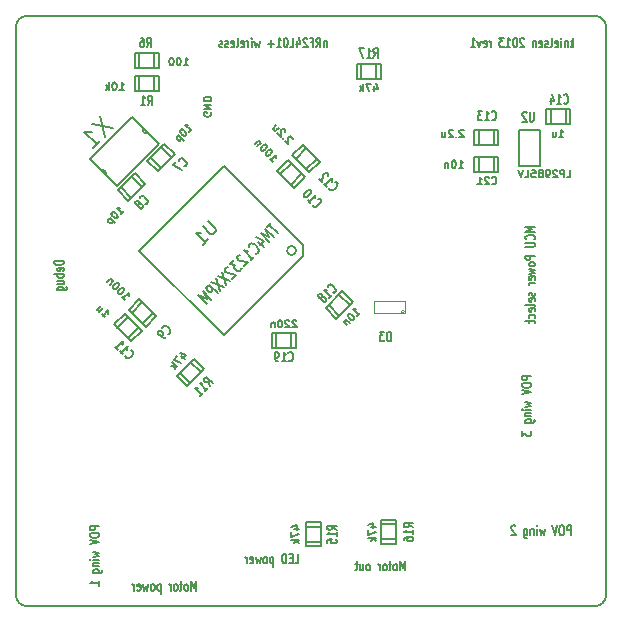
<source format=gbo>
%FSLAX34Y34*%
G04 Gerber Fmt 3.4, Leading zero omitted, Abs format*
G04 (created by PCBNEW (2013-11-08 BZR 4448)-product) date 2013-12-07T17:29:24 CET*
%MOIN*%
G01*
G70*
G90*
G04 APERTURE LIST*
%ADD10C,0.005906*%
%ADD11C,0.005000*%
%ADD12C,0.006000*%
%ADD13C,0.008000*%
%ADD14C,0.003100*%
G04 APERTURE END LIST*
G54D10*
G54D11*
X30125Y-26844D02*
X30136Y-26867D01*
X30136Y-26903D01*
X30125Y-26939D01*
X30101Y-26963D01*
X30077Y-26974D01*
X30029Y-26986D01*
X29994Y-26986D01*
X29946Y-26974D01*
X29922Y-26963D01*
X29898Y-26939D01*
X29886Y-26903D01*
X29886Y-26879D01*
X29898Y-26844D01*
X29910Y-26832D01*
X29994Y-26832D01*
X29994Y-26879D01*
X29886Y-26724D02*
X30136Y-26724D01*
X29886Y-26582D01*
X30136Y-26582D01*
X29886Y-26463D02*
X30136Y-26463D01*
X30136Y-26403D01*
X30125Y-26367D01*
X30101Y-26344D01*
X30077Y-26332D01*
X30029Y-26320D01*
X29994Y-26320D01*
X29946Y-26332D01*
X29922Y-26344D01*
X29898Y-26367D01*
X29886Y-26403D01*
X29886Y-26463D01*
G54D12*
X33993Y-24458D02*
X33993Y-24672D01*
X33993Y-24489D02*
X33981Y-24474D01*
X33959Y-24458D01*
X33924Y-24458D01*
X33901Y-24474D01*
X33890Y-24504D01*
X33890Y-24672D01*
X33639Y-24672D02*
X33719Y-24519D01*
X33776Y-24672D02*
X33776Y-24352D01*
X33684Y-24352D01*
X33661Y-24367D01*
X33650Y-24382D01*
X33639Y-24413D01*
X33639Y-24458D01*
X33650Y-24489D01*
X33661Y-24504D01*
X33684Y-24519D01*
X33776Y-24519D01*
X33456Y-24504D02*
X33536Y-24504D01*
X33536Y-24672D02*
X33536Y-24352D01*
X33421Y-24352D01*
X33341Y-24382D02*
X33330Y-24367D01*
X33307Y-24352D01*
X33250Y-24352D01*
X33227Y-24367D01*
X33216Y-24382D01*
X33204Y-24413D01*
X33204Y-24443D01*
X33216Y-24489D01*
X33353Y-24672D01*
X33204Y-24672D01*
X32999Y-24458D02*
X32999Y-24672D01*
X33056Y-24337D02*
X33113Y-24565D01*
X32964Y-24565D01*
X32759Y-24672D02*
X32873Y-24672D01*
X32873Y-24352D01*
X32633Y-24352D02*
X32610Y-24352D01*
X32587Y-24367D01*
X32576Y-24382D01*
X32564Y-24413D01*
X32553Y-24474D01*
X32553Y-24550D01*
X32564Y-24611D01*
X32576Y-24641D01*
X32587Y-24657D01*
X32610Y-24672D01*
X32633Y-24672D01*
X32656Y-24657D01*
X32667Y-24641D01*
X32679Y-24611D01*
X32690Y-24550D01*
X32690Y-24474D01*
X32679Y-24413D01*
X32667Y-24382D01*
X32656Y-24367D01*
X32633Y-24352D01*
X32324Y-24672D02*
X32461Y-24672D01*
X32393Y-24672D02*
X32393Y-24352D01*
X32416Y-24398D01*
X32439Y-24428D01*
X32461Y-24443D01*
X32221Y-24550D02*
X32039Y-24550D01*
X32130Y-24672D02*
X32130Y-24428D01*
X31764Y-24458D02*
X31719Y-24672D01*
X31673Y-24519D01*
X31627Y-24672D01*
X31581Y-24458D01*
X31490Y-24672D02*
X31490Y-24458D01*
X31490Y-24352D02*
X31501Y-24367D01*
X31490Y-24382D01*
X31479Y-24367D01*
X31490Y-24352D01*
X31490Y-24382D01*
X31376Y-24672D02*
X31376Y-24458D01*
X31376Y-24519D02*
X31364Y-24489D01*
X31353Y-24474D01*
X31330Y-24458D01*
X31307Y-24458D01*
X31136Y-24657D02*
X31159Y-24672D01*
X31204Y-24672D01*
X31227Y-24657D01*
X31239Y-24626D01*
X31239Y-24504D01*
X31227Y-24474D01*
X31204Y-24458D01*
X31159Y-24458D01*
X31136Y-24474D01*
X31124Y-24504D01*
X31124Y-24535D01*
X31239Y-24565D01*
X30987Y-24672D02*
X31010Y-24657D01*
X31021Y-24626D01*
X31021Y-24352D01*
X30804Y-24657D02*
X30827Y-24672D01*
X30873Y-24672D01*
X30896Y-24657D01*
X30907Y-24626D01*
X30907Y-24504D01*
X30896Y-24474D01*
X30873Y-24458D01*
X30827Y-24458D01*
X30804Y-24474D01*
X30793Y-24504D01*
X30793Y-24535D01*
X30907Y-24565D01*
X30701Y-24657D02*
X30679Y-24672D01*
X30633Y-24672D01*
X30610Y-24657D01*
X30599Y-24626D01*
X30599Y-24611D01*
X30610Y-24580D01*
X30633Y-24565D01*
X30667Y-24565D01*
X30690Y-24550D01*
X30701Y-24519D01*
X30701Y-24504D01*
X30690Y-24474D01*
X30667Y-24458D01*
X30633Y-24458D01*
X30610Y-24474D01*
X30507Y-24657D02*
X30484Y-24672D01*
X30439Y-24672D01*
X30416Y-24657D01*
X30404Y-24626D01*
X30404Y-24611D01*
X30416Y-24580D01*
X30439Y-24565D01*
X30473Y-24565D01*
X30496Y-24550D01*
X30507Y-24519D01*
X30507Y-24504D01*
X30496Y-24474D01*
X30473Y-24458D01*
X30439Y-24458D01*
X30416Y-24474D01*
X25223Y-31792D02*
X24903Y-31792D01*
X24903Y-31849D01*
X24918Y-31883D01*
X24949Y-31906D01*
X24979Y-31917D01*
X25040Y-31929D01*
X25086Y-31929D01*
X25147Y-31917D01*
X25177Y-31906D01*
X25208Y-31883D01*
X25223Y-31849D01*
X25223Y-31792D01*
X25208Y-32123D02*
X25223Y-32100D01*
X25223Y-32054D01*
X25208Y-32032D01*
X25177Y-32020D01*
X25055Y-32020D01*
X25025Y-32032D01*
X25010Y-32054D01*
X25010Y-32100D01*
X25025Y-32123D01*
X25055Y-32134D01*
X25086Y-32134D01*
X25116Y-32020D01*
X25223Y-32237D02*
X24903Y-32237D01*
X25025Y-32237D02*
X25010Y-32260D01*
X25010Y-32306D01*
X25025Y-32329D01*
X25040Y-32340D01*
X25071Y-32352D01*
X25162Y-32352D01*
X25193Y-32340D01*
X25208Y-32329D01*
X25223Y-32306D01*
X25223Y-32260D01*
X25208Y-32237D01*
X25010Y-32557D02*
X25223Y-32557D01*
X25010Y-32454D02*
X25177Y-32454D01*
X25208Y-32466D01*
X25223Y-32489D01*
X25223Y-32523D01*
X25208Y-32546D01*
X25193Y-32557D01*
X25010Y-32774D02*
X25269Y-32774D01*
X25299Y-32763D01*
X25314Y-32752D01*
X25330Y-32729D01*
X25330Y-32694D01*
X25314Y-32672D01*
X25208Y-32774D02*
X25223Y-32752D01*
X25223Y-32706D01*
X25208Y-32683D01*
X25193Y-32672D01*
X25162Y-32660D01*
X25071Y-32660D01*
X25040Y-32672D01*
X25025Y-32683D01*
X25010Y-32706D01*
X25010Y-32752D01*
X25025Y-32774D01*
X40932Y-30666D02*
X40612Y-30666D01*
X40840Y-30746D01*
X40612Y-30826D01*
X40932Y-30826D01*
X40901Y-31078D02*
X40916Y-31066D01*
X40932Y-31032D01*
X40932Y-31009D01*
X40916Y-30975D01*
X40886Y-30952D01*
X40855Y-30941D01*
X40795Y-30929D01*
X40749Y-30929D01*
X40688Y-30941D01*
X40657Y-30952D01*
X40627Y-30975D01*
X40612Y-31009D01*
X40612Y-31032D01*
X40627Y-31066D01*
X40642Y-31078D01*
X40612Y-31181D02*
X40871Y-31181D01*
X40901Y-31192D01*
X40916Y-31204D01*
X40932Y-31226D01*
X40932Y-31272D01*
X40916Y-31295D01*
X40901Y-31306D01*
X40871Y-31318D01*
X40612Y-31318D01*
X40932Y-31615D02*
X40612Y-31615D01*
X40612Y-31706D01*
X40627Y-31729D01*
X40642Y-31741D01*
X40673Y-31752D01*
X40718Y-31752D01*
X40749Y-31741D01*
X40764Y-31729D01*
X40779Y-31706D01*
X40779Y-31615D01*
X40932Y-31889D02*
X40916Y-31866D01*
X40901Y-31855D01*
X40871Y-31844D01*
X40779Y-31844D01*
X40749Y-31855D01*
X40734Y-31866D01*
X40718Y-31889D01*
X40718Y-31924D01*
X40734Y-31946D01*
X40749Y-31958D01*
X40779Y-31969D01*
X40871Y-31969D01*
X40901Y-31958D01*
X40916Y-31946D01*
X40932Y-31924D01*
X40932Y-31889D01*
X40718Y-32049D02*
X40932Y-32095D01*
X40779Y-32141D01*
X40932Y-32186D01*
X40718Y-32232D01*
X40916Y-32415D02*
X40932Y-32392D01*
X40932Y-32346D01*
X40916Y-32324D01*
X40886Y-32312D01*
X40764Y-32312D01*
X40734Y-32324D01*
X40718Y-32346D01*
X40718Y-32392D01*
X40734Y-32415D01*
X40764Y-32426D01*
X40795Y-32426D01*
X40825Y-32312D01*
X40932Y-32529D02*
X40718Y-32529D01*
X40779Y-32529D02*
X40749Y-32541D01*
X40734Y-32552D01*
X40718Y-32575D01*
X40718Y-32598D01*
X40916Y-32849D02*
X40932Y-32872D01*
X40932Y-32918D01*
X40916Y-32941D01*
X40886Y-32952D01*
X40871Y-32952D01*
X40840Y-32941D01*
X40825Y-32918D01*
X40825Y-32884D01*
X40810Y-32861D01*
X40779Y-32849D01*
X40764Y-32849D01*
X40734Y-32861D01*
X40718Y-32884D01*
X40718Y-32918D01*
X40734Y-32941D01*
X40916Y-33146D02*
X40932Y-33124D01*
X40932Y-33078D01*
X40916Y-33055D01*
X40886Y-33044D01*
X40764Y-33044D01*
X40734Y-33055D01*
X40718Y-33078D01*
X40718Y-33124D01*
X40734Y-33146D01*
X40764Y-33158D01*
X40795Y-33158D01*
X40825Y-33044D01*
X40932Y-33295D02*
X40916Y-33272D01*
X40886Y-33261D01*
X40612Y-33261D01*
X40916Y-33478D02*
X40932Y-33455D01*
X40932Y-33409D01*
X40916Y-33386D01*
X40886Y-33375D01*
X40764Y-33375D01*
X40734Y-33386D01*
X40718Y-33409D01*
X40718Y-33455D01*
X40734Y-33478D01*
X40764Y-33489D01*
X40795Y-33489D01*
X40825Y-33375D01*
X40916Y-33695D02*
X40932Y-33672D01*
X40932Y-33626D01*
X40916Y-33604D01*
X40901Y-33592D01*
X40871Y-33581D01*
X40779Y-33581D01*
X40749Y-33592D01*
X40734Y-33604D01*
X40718Y-33626D01*
X40718Y-33672D01*
X40734Y-33695D01*
X40718Y-33764D02*
X40718Y-33855D01*
X40612Y-33798D02*
X40886Y-33798D01*
X40916Y-33809D01*
X40932Y-33832D01*
X40932Y-33855D01*
X40814Y-35625D02*
X40494Y-35625D01*
X40494Y-35717D01*
X40509Y-35739D01*
X40524Y-35751D01*
X40555Y-35762D01*
X40600Y-35762D01*
X40631Y-35751D01*
X40646Y-35739D01*
X40661Y-35717D01*
X40661Y-35625D01*
X40494Y-35911D02*
X40494Y-35957D01*
X40509Y-35979D01*
X40539Y-36002D01*
X40600Y-36014D01*
X40707Y-36014D01*
X40768Y-36002D01*
X40798Y-35979D01*
X40814Y-35957D01*
X40814Y-35911D01*
X40798Y-35888D01*
X40768Y-35865D01*
X40707Y-35854D01*
X40600Y-35854D01*
X40539Y-35865D01*
X40509Y-35888D01*
X40494Y-35911D01*
X40494Y-36082D02*
X40814Y-36162D01*
X40494Y-36242D01*
X40600Y-36482D02*
X40814Y-36528D01*
X40661Y-36574D01*
X40814Y-36619D01*
X40600Y-36665D01*
X40814Y-36757D02*
X40600Y-36757D01*
X40494Y-36757D02*
X40509Y-36745D01*
X40524Y-36757D01*
X40509Y-36768D01*
X40494Y-36757D01*
X40524Y-36757D01*
X40600Y-36871D02*
X40814Y-36871D01*
X40631Y-36871D02*
X40615Y-36882D01*
X40600Y-36905D01*
X40600Y-36939D01*
X40615Y-36962D01*
X40646Y-36974D01*
X40814Y-36974D01*
X40600Y-37191D02*
X40859Y-37191D01*
X40890Y-37179D01*
X40905Y-37168D01*
X40920Y-37145D01*
X40920Y-37111D01*
X40905Y-37088D01*
X40798Y-37191D02*
X40814Y-37168D01*
X40814Y-37122D01*
X40798Y-37099D01*
X40783Y-37088D01*
X40753Y-37077D01*
X40661Y-37077D01*
X40631Y-37088D01*
X40615Y-37099D01*
X40600Y-37122D01*
X40600Y-37168D01*
X40615Y-37191D01*
X40494Y-37465D02*
X40494Y-37614D01*
X40615Y-37534D01*
X40615Y-37568D01*
X40631Y-37591D01*
X40646Y-37602D01*
X40676Y-37614D01*
X40753Y-37614D01*
X40783Y-37602D01*
X40798Y-37591D01*
X40814Y-37568D01*
X40814Y-37499D01*
X40798Y-37477D01*
X40783Y-37465D01*
X42130Y-40932D02*
X42130Y-40612D01*
X42038Y-40612D01*
X42016Y-40627D01*
X42004Y-40642D01*
X41993Y-40673D01*
X41993Y-40718D01*
X42004Y-40749D01*
X42016Y-40764D01*
X42038Y-40779D01*
X42130Y-40779D01*
X41844Y-40612D02*
X41798Y-40612D01*
X41776Y-40627D01*
X41753Y-40657D01*
X41741Y-40718D01*
X41741Y-40825D01*
X41753Y-40886D01*
X41776Y-40916D01*
X41798Y-40932D01*
X41844Y-40932D01*
X41867Y-40916D01*
X41890Y-40886D01*
X41901Y-40825D01*
X41901Y-40718D01*
X41890Y-40657D01*
X41867Y-40627D01*
X41844Y-40612D01*
X41673Y-40612D02*
X41593Y-40932D01*
X41513Y-40612D01*
X41273Y-40718D02*
X41227Y-40932D01*
X41181Y-40779D01*
X41136Y-40932D01*
X41090Y-40718D01*
X40998Y-40932D02*
X40998Y-40718D01*
X40998Y-40612D02*
X41010Y-40627D01*
X40998Y-40642D01*
X40987Y-40627D01*
X40998Y-40612D01*
X40998Y-40642D01*
X40884Y-40718D02*
X40884Y-40932D01*
X40884Y-40749D02*
X40873Y-40734D01*
X40850Y-40718D01*
X40816Y-40718D01*
X40793Y-40734D01*
X40781Y-40764D01*
X40781Y-40932D01*
X40564Y-40718D02*
X40564Y-40977D01*
X40576Y-41008D01*
X40587Y-41023D01*
X40610Y-41038D01*
X40644Y-41038D01*
X40667Y-41023D01*
X40564Y-40916D02*
X40587Y-40932D01*
X40633Y-40932D01*
X40656Y-40916D01*
X40667Y-40901D01*
X40678Y-40871D01*
X40678Y-40779D01*
X40667Y-40749D01*
X40656Y-40734D01*
X40633Y-40718D01*
X40587Y-40718D01*
X40564Y-40734D01*
X40278Y-40642D02*
X40267Y-40627D01*
X40244Y-40612D01*
X40187Y-40612D01*
X40164Y-40627D01*
X40153Y-40642D01*
X40141Y-40673D01*
X40141Y-40703D01*
X40153Y-40749D01*
X40290Y-40932D01*
X40141Y-40932D01*
X36604Y-42113D02*
X36604Y-41793D01*
X36524Y-42021D01*
X36444Y-41793D01*
X36444Y-42113D01*
X36295Y-42113D02*
X36318Y-42098D01*
X36330Y-42082D01*
X36341Y-42052D01*
X36341Y-41960D01*
X36330Y-41930D01*
X36318Y-41915D01*
X36295Y-41899D01*
X36261Y-41899D01*
X36238Y-41915D01*
X36227Y-41930D01*
X36215Y-41960D01*
X36215Y-42052D01*
X36227Y-42082D01*
X36238Y-42098D01*
X36261Y-42113D01*
X36295Y-42113D01*
X36147Y-41899D02*
X36055Y-41899D01*
X36113Y-41793D02*
X36113Y-42067D01*
X36101Y-42098D01*
X36078Y-42113D01*
X36055Y-42113D01*
X35941Y-42113D02*
X35964Y-42098D01*
X35975Y-42082D01*
X35987Y-42052D01*
X35987Y-41960D01*
X35975Y-41930D01*
X35964Y-41915D01*
X35941Y-41899D01*
X35907Y-41899D01*
X35884Y-41915D01*
X35873Y-41930D01*
X35861Y-41960D01*
X35861Y-42052D01*
X35873Y-42082D01*
X35884Y-42098D01*
X35907Y-42113D01*
X35941Y-42113D01*
X35758Y-42113D02*
X35758Y-41899D01*
X35758Y-41960D02*
X35747Y-41930D01*
X35735Y-41915D01*
X35713Y-41899D01*
X35690Y-41899D01*
X35393Y-42113D02*
X35415Y-42098D01*
X35427Y-42082D01*
X35438Y-42052D01*
X35438Y-41960D01*
X35427Y-41930D01*
X35415Y-41915D01*
X35393Y-41899D01*
X35358Y-41899D01*
X35335Y-41915D01*
X35324Y-41930D01*
X35313Y-41960D01*
X35313Y-42052D01*
X35324Y-42082D01*
X35335Y-42098D01*
X35358Y-42113D01*
X35393Y-42113D01*
X35107Y-41899D02*
X35107Y-42113D01*
X35210Y-41899D02*
X35210Y-42067D01*
X35198Y-42098D01*
X35175Y-42113D01*
X35141Y-42113D01*
X35118Y-42098D01*
X35107Y-42082D01*
X35027Y-41899D02*
X34935Y-41899D01*
X34993Y-41793D02*
X34993Y-42067D01*
X34981Y-42098D01*
X34958Y-42113D01*
X34935Y-42113D01*
X32931Y-41877D02*
X33045Y-41877D01*
X33045Y-41557D01*
X32851Y-41709D02*
X32771Y-41709D01*
X32736Y-41877D02*
X32851Y-41877D01*
X32851Y-41557D01*
X32736Y-41557D01*
X32633Y-41877D02*
X32633Y-41557D01*
X32576Y-41557D01*
X32542Y-41572D01*
X32519Y-41602D01*
X32508Y-41633D01*
X32496Y-41694D01*
X32496Y-41739D01*
X32508Y-41800D01*
X32519Y-41831D01*
X32542Y-41861D01*
X32576Y-41877D01*
X32633Y-41877D01*
X32211Y-41663D02*
X32211Y-41983D01*
X32211Y-41678D02*
X32188Y-41663D01*
X32142Y-41663D01*
X32119Y-41678D01*
X32108Y-41694D01*
X32096Y-41724D01*
X32096Y-41816D01*
X32108Y-41846D01*
X32119Y-41861D01*
X32142Y-41877D01*
X32188Y-41877D01*
X32211Y-41861D01*
X31959Y-41877D02*
X31982Y-41861D01*
X31993Y-41846D01*
X32005Y-41816D01*
X32005Y-41724D01*
X31993Y-41694D01*
X31982Y-41678D01*
X31959Y-41663D01*
X31925Y-41663D01*
X31902Y-41678D01*
X31891Y-41694D01*
X31879Y-41724D01*
X31879Y-41816D01*
X31891Y-41846D01*
X31902Y-41861D01*
X31925Y-41877D01*
X31959Y-41877D01*
X31799Y-41663D02*
X31753Y-41877D01*
X31708Y-41724D01*
X31662Y-41877D01*
X31616Y-41663D01*
X31433Y-41861D02*
X31456Y-41877D01*
X31502Y-41877D01*
X31525Y-41861D01*
X31536Y-41831D01*
X31536Y-41709D01*
X31525Y-41678D01*
X31502Y-41663D01*
X31456Y-41663D01*
X31433Y-41678D01*
X31422Y-41709D01*
X31422Y-41739D01*
X31536Y-41770D01*
X31319Y-41877D02*
X31319Y-41663D01*
X31319Y-41724D02*
X31308Y-41694D01*
X31296Y-41678D01*
X31273Y-41663D01*
X31251Y-41663D01*
X29634Y-42782D02*
X29634Y-42462D01*
X29554Y-42691D01*
X29474Y-42462D01*
X29474Y-42782D01*
X29325Y-42782D02*
X29348Y-42767D01*
X29359Y-42752D01*
X29371Y-42721D01*
X29371Y-42630D01*
X29359Y-42599D01*
X29348Y-42584D01*
X29325Y-42569D01*
X29291Y-42569D01*
X29268Y-42584D01*
X29256Y-42599D01*
X29245Y-42630D01*
X29245Y-42721D01*
X29256Y-42752D01*
X29268Y-42767D01*
X29291Y-42782D01*
X29325Y-42782D01*
X29176Y-42569D02*
X29085Y-42569D01*
X29142Y-42462D02*
X29142Y-42736D01*
X29131Y-42767D01*
X29108Y-42782D01*
X29085Y-42782D01*
X28971Y-42782D02*
X28994Y-42767D01*
X29005Y-42752D01*
X29016Y-42721D01*
X29016Y-42630D01*
X29005Y-42599D01*
X28994Y-42584D01*
X28971Y-42569D01*
X28936Y-42569D01*
X28914Y-42584D01*
X28902Y-42599D01*
X28891Y-42630D01*
X28891Y-42721D01*
X28902Y-42752D01*
X28914Y-42767D01*
X28936Y-42782D01*
X28971Y-42782D01*
X28788Y-42782D02*
X28788Y-42569D01*
X28788Y-42630D02*
X28776Y-42599D01*
X28765Y-42584D01*
X28742Y-42569D01*
X28719Y-42569D01*
X28456Y-42569D02*
X28456Y-42889D01*
X28456Y-42584D02*
X28434Y-42569D01*
X28388Y-42569D01*
X28365Y-42584D01*
X28354Y-42599D01*
X28342Y-42630D01*
X28342Y-42721D01*
X28354Y-42752D01*
X28365Y-42767D01*
X28388Y-42782D01*
X28434Y-42782D01*
X28456Y-42767D01*
X28205Y-42782D02*
X28228Y-42767D01*
X28239Y-42752D01*
X28251Y-42721D01*
X28251Y-42630D01*
X28239Y-42599D01*
X28228Y-42584D01*
X28205Y-42569D01*
X28171Y-42569D01*
X28148Y-42584D01*
X28136Y-42599D01*
X28125Y-42630D01*
X28125Y-42721D01*
X28136Y-42752D01*
X28148Y-42767D01*
X28171Y-42782D01*
X28205Y-42782D01*
X28045Y-42569D02*
X27999Y-42782D01*
X27954Y-42630D01*
X27908Y-42782D01*
X27862Y-42569D01*
X27679Y-42767D02*
X27702Y-42782D01*
X27748Y-42782D01*
X27771Y-42767D01*
X27782Y-42736D01*
X27782Y-42614D01*
X27771Y-42584D01*
X27748Y-42569D01*
X27702Y-42569D01*
X27679Y-42584D01*
X27668Y-42614D01*
X27668Y-42645D01*
X27782Y-42675D01*
X27565Y-42782D02*
X27565Y-42569D01*
X27565Y-42630D02*
X27554Y-42599D01*
X27542Y-42584D01*
X27519Y-42569D01*
X27496Y-42569D01*
X26404Y-40625D02*
X26084Y-40625D01*
X26084Y-40717D01*
X26099Y-40739D01*
X26115Y-40751D01*
X26145Y-40762D01*
X26191Y-40762D01*
X26221Y-40751D01*
X26236Y-40739D01*
X26252Y-40717D01*
X26252Y-40625D01*
X26084Y-40911D02*
X26084Y-40957D01*
X26099Y-40979D01*
X26130Y-41002D01*
X26191Y-41014D01*
X26297Y-41014D01*
X26358Y-41002D01*
X26389Y-40979D01*
X26404Y-40957D01*
X26404Y-40911D01*
X26389Y-40888D01*
X26358Y-40865D01*
X26297Y-40854D01*
X26191Y-40854D01*
X26130Y-40865D01*
X26099Y-40888D01*
X26084Y-40911D01*
X26084Y-41082D02*
X26404Y-41162D01*
X26084Y-41242D01*
X26191Y-41482D02*
X26404Y-41528D01*
X26252Y-41574D01*
X26404Y-41619D01*
X26191Y-41665D01*
X26404Y-41757D02*
X26191Y-41757D01*
X26084Y-41757D02*
X26099Y-41745D01*
X26115Y-41757D01*
X26099Y-41768D01*
X26084Y-41757D01*
X26115Y-41757D01*
X26191Y-41871D02*
X26404Y-41871D01*
X26221Y-41871D02*
X26206Y-41882D01*
X26191Y-41905D01*
X26191Y-41939D01*
X26206Y-41962D01*
X26236Y-41974D01*
X26404Y-41974D01*
X26191Y-42191D02*
X26450Y-42191D01*
X26480Y-42179D01*
X26496Y-42168D01*
X26511Y-42145D01*
X26511Y-42111D01*
X26496Y-42088D01*
X26389Y-42191D02*
X26404Y-42168D01*
X26404Y-42122D01*
X26389Y-42099D01*
X26374Y-42088D01*
X26343Y-42077D01*
X26252Y-42077D01*
X26221Y-42088D01*
X26206Y-42099D01*
X26191Y-42122D01*
X26191Y-42168D01*
X26206Y-42191D01*
X26404Y-42614D02*
X26404Y-42477D01*
X26404Y-42545D02*
X26084Y-42545D01*
X26130Y-42522D01*
X26160Y-42499D01*
X26176Y-42477D01*
X42214Y-24672D02*
X42214Y-24352D01*
X42191Y-24550D02*
X42123Y-24672D01*
X42123Y-24458D02*
X42214Y-24580D01*
X42020Y-24458D02*
X42020Y-24672D01*
X42020Y-24489D02*
X42008Y-24474D01*
X41986Y-24458D01*
X41951Y-24458D01*
X41928Y-24474D01*
X41917Y-24504D01*
X41917Y-24672D01*
X41803Y-24672D02*
X41803Y-24458D01*
X41803Y-24352D02*
X41814Y-24367D01*
X41803Y-24382D01*
X41791Y-24367D01*
X41803Y-24352D01*
X41803Y-24382D01*
X41597Y-24657D02*
X41620Y-24672D01*
X41666Y-24672D01*
X41688Y-24657D01*
X41700Y-24626D01*
X41700Y-24504D01*
X41688Y-24474D01*
X41666Y-24458D01*
X41620Y-24458D01*
X41597Y-24474D01*
X41586Y-24504D01*
X41586Y-24535D01*
X41700Y-24565D01*
X41448Y-24672D02*
X41471Y-24657D01*
X41483Y-24626D01*
X41483Y-24352D01*
X41368Y-24657D02*
X41346Y-24672D01*
X41300Y-24672D01*
X41277Y-24657D01*
X41266Y-24626D01*
X41266Y-24611D01*
X41277Y-24580D01*
X41300Y-24565D01*
X41334Y-24565D01*
X41357Y-24550D01*
X41368Y-24519D01*
X41368Y-24504D01*
X41357Y-24474D01*
X41334Y-24458D01*
X41300Y-24458D01*
X41277Y-24474D01*
X41071Y-24657D02*
X41094Y-24672D01*
X41140Y-24672D01*
X41163Y-24657D01*
X41174Y-24626D01*
X41174Y-24504D01*
X41163Y-24474D01*
X41140Y-24458D01*
X41094Y-24458D01*
X41071Y-24474D01*
X41060Y-24504D01*
X41060Y-24535D01*
X41174Y-24565D01*
X40957Y-24458D02*
X40957Y-24672D01*
X40957Y-24489D02*
X40946Y-24474D01*
X40923Y-24458D01*
X40888Y-24458D01*
X40866Y-24474D01*
X40854Y-24504D01*
X40854Y-24672D01*
X40568Y-24382D02*
X40557Y-24367D01*
X40534Y-24352D01*
X40477Y-24352D01*
X40454Y-24367D01*
X40443Y-24382D01*
X40431Y-24413D01*
X40431Y-24443D01*
X40443Y-24489D01*
X40580Y-24672D01*
X40431Y-24672D01*
X40283Y-24352D02*
X40260Y-24352D01*
X40237Y-24367D01*
X40226Y-24382D01*
X40214Y-24413D01*
X40203Y-24474D01*
X40203Y-24550D01*
X40214Y-24611D01*
X40226Y-24641D01*
X40237Y-24657D01*
X40260Y-24672D01*
X40283Y-24672D01*
X40306Y-24657D01*
X40317Y-24641D01*
X40328Y-24611D01*
X40340Y-24550D01*
X40340Y-24474D01*
X40328Y-24413D01*
X40317Y-24382D01*
X40306Y-24367D01*
X40283Y-24352D01*
X39974Y-24672D02*
X40111Y-24672D01*
X40043Y-24672D02*
X40043Y-24352D01*
X40066Y-24398D01*
X40088Y-24428D01*
X40111Y-24443D01*
X39894Y-24352D02*
X39746Y-24352D01*
X39826Y-24474D01*
X39791Y-24474D01*
X39768Y-24489D01*
X39757Y-24504D01*
X39746Y-24535D01*
X39746Y-24611D01*
X39757Y-24641D01*
X39768Y-24657D01*
X39791Y-24672D01*
X39860Y-24672D01*
X39883Y-24657D01*
X39894Y-24641D01*
X39460Y-24672D02*
X39460Y-24458D01*
X39460Y-24519D02*
X39448Y-24489D01*
X39437Y-24474D01*
X39414Y-24458D01*
X39391Y-24458D01*
X39220Y-24657D02*
X39243Y-24672D01*
X39288Y-24672D01*
X39311Y-24657D01*
X39323Y-24626D01*
X39323Y-24504D01*
X39311Y-24474D01*
X39288Y-24458D01*
X39243Y-24458D01*
X39220Y-24474D01*
X39208Y-24504D01*
X39208Y-24535D01*
X39323Y-24565D01*
X39128Y-24458D02*
X39071Y-24672D01*
X39014Y-24458D01*
X38797Y-24672D02*
X38934Y-24672D01*
X38866Y-24672D02*
X38866Y-24352D01*
X38888Y-24398D01*
X38911Y-24428D01*
X38934Y-24443D01*
G54D10*
X42913Y-43307D02*
G75*
G03X43307Y-42913I0J393D01*
G74*
G01*
X23622Y-42913D02*
G75*
G03X24015Y-43307I393J0D01*
G74*
G01*
X24015Y-23622D02*
G75*
G03X23622Y-24015I0J-393D01*
G74*
G01*
X43307Y-24015D02*
G75*
G03X42913Y-23622I-393J0D01*
G74*
G01*
X23622Y-42913D02*
X23622Y-24015D01*
X42913Y-43307D02*
X24015Y-43307D01*
X43307Y-24015D02*
X43307Y-42913D01*
X24015Y-23622D02*
X42913Y-23622D01*
X27967Y-27537D02*
G75*
G02X27856Y-27425I0J111D01*
G74*
G01*
X26520Y-28762D02*
G75*
G02X26631Y-28873I0J-111D01*
G74*
G01*
X26102Y-28400D02*
X26993Y-29290D01*
X26993Y-29290D02*
X28385Y-27899D01*
X28385Y-27899D02*
X27494Y-27008D01*
X27494Y-27008D02*
X26102Y-28400D01*
G54D13*
X32967Y-31450D02*
G75*
G03X32967Y-31450I-150J0D01*
G74*
G01*
X27726Y-31450D02*
X30554Y-28621D01*
X30554Y-28621D02*
X33206Y-31273D01*
X33206Y-31273D02*
X33206Y-31626D01*
X33206Y-31626D02*
X30554Y-34278D01*
X30554Y-34278D02*
X27726Y-31450D01*
G54D11*
X40411Y-28644D02*
X41111Y-28644D01*
X41111Y-28644D02*
X41111Y-27444D01*
X41111Y-27444D02*
X40411Y-27444D01*
X40411Y-27444D02*
X40411Y-28644D01*
G54D14*
X36588Y-33484D02*
G75*
G03X36588Y-33484I-62J0D01*
G74*
G01*
X35562Y-33146D02*
X35562Y-33546D01*
X36587Y-33146D02*
X36587Y-33546D01*
X35562Y-33546D02*
X36587Y-33546D01*
X36587Y-33146D02*
X35562Y-33146D01*
G54D11*
X28111Y-28346D02*
X28464Y-28700D01*
X28464Y-27992D02*
X28811Y-28339D01*
X28570Y-27886D02*
X28004Y-28452D01*
X28004Y-28452D02*
X28358Y-28806D01*
X28358Y-28806D02*
X28924Y-28240D01*
X28924Y-28240D02*
X28570Y-27886D01*
X27833Y-29330D02*
X27480Y-28977D01*
X27480Y-29684D02*
X27133Y-29337D01*
X27374Y-29790D02*
X27939Y-29224D01*
X27939Y-29224D02*
X27586Y-28871D01*
X27586Y-28871D02*
X27020Y-29436D01*
X27020Y-29436D02*
X27374Y-29790D01*
X27854Y-33877D02*
X28207Y-33523D01*
X27500Y-33523D02*
X27847Y-33177D01*
X27394Y-33417D02*
X27960Y-33983D01*
X27960Y-33983D02*
X28313Y-33629D01*
X28313Y-33629D02*
X27748Y-33064D01*
X27748Y-33064D02*
X27394Y-33417D01*
X32795Y-29251D02*
X33148Y-28897D01*
X32441Y-28897D02*
X32788Y-28551D01*
X32335Y-28791D02*
X32901Y-29357D01*
X32901Y-29357D02*
X33254Y-29003D01*
X33254Y-29003D02*
X32689Y-28438D01*
X32689Y-28438D02*
X32335Y-28791D01*
X27362Y-34369D02*
X27715Y-34015D01*
X27008Y-34015D02*
X27355Y-33669D01*
X26902Y-33909D02*
X27468Y-34475D01*
X27468Y-34475D02*
X27821Y-34121D01*
X27821Y-34121D02*
X27256Y-33556D01*
X27256Y-33556D02*
X26902Y-33909D01*
X33307Y-28739D02*
X33660Y-28385D01*
X32953Y-28385D02*
X33300Y-28039D01*
X32847Y-28279D02*
X33413Y-28845D01*
X33413Y-28845D02*
X33766Y-28491D01*
X33766Y-28491D02*
X33201Y-27926D01*
X33201Y-27926D02*
X32847Y-28279D01*
X39561Y-27944D02*
X39561Y-27444D01*
X39061Y-27944D02*
X39061Y-27454D01*
X38911Y-27944D02*
X39711Y-27944D01*
X39711Y-27944D02*
X39711Y-27444D01*
X39711Y-27444D02*
X38911Y-27444D01*
X38911Y-27444D02*
X38911Y-27944D01*
X41461Y-26744D02*
X41461Y-27244D01*
X41961Y-26744D02*
X41961Y-27234D01*
X42111Y-26744D02*
X41311Y-26744D01*
X41311Y-26744D02*
X41311Y-27244D01*
X41311Y-27244D02*
X42111Y-27244D01*
X42111Y-27244D02*
X42111Y-26744D01*
X34055Y-33267D02*
X34409Y-33621D01*
X34409Y-32914D02*
X34755Y-33260D01*
X34515Y-32808D02*
X33949Y-33373D01*
X33949Y-33373D02*
X34303Y-33727D01*
X34303Y-33727D02*
X34869Y-33161D01*
X34869Y-33161D02*
X34515Y-32808D01*
X32809Y-34698D02*
X32809Y-34198D01*
X32309Y-34698D02*
X32309Y-34208D01*
X32159Y-34698D02*
X32959Y-34698D01*
X32959Y-34698D02*
X32959Y-34198D01*
X32959Y-34198D02*
X32159Y-34198D01*
X32159Y-34198D02*
X32159Y-34698D01*
X39561Y-28844D02*
X39561Y-28344D01*
X39061Y-28844D02*
X39061Y-28354D01*
X38911Y-28844D02*
X39711Y-28844D01*
X39711Y-28844D02*
X39711Y-28344D01*
X39711Y-28344D02*
X38911Y-28344D01*
X38911Y-28344D02*
X38911Y-28844D01*
X28242Y-26116D02*
X28242Y-25616D01*
X27742Y-26116D02*
X27742Y-25626D01*
X27592Y-26116D02*
X28392Y-26116D01*
X28392Y-26116D02*
X28392Y-25616D01*
X28392Y-25616D02*
X27592Y-25616D01*
X27592Y-25616D02*
X27592Y-26116D01*
X28242Y-25368D02*
X28242Y-24868D01*
X27742Y-25368D02*
X27742Y-24878D01*
X27592Y-25368D02*
X28392Y-25368D01*
X28392Y-25368D02*
X28392Y-24868D01*
X28392Y-24868D02*
X27592Y-24868D01*
X27592Y-24868D02*
X27592Y-25368D01*
X29802Y-35511D02*
X29448Y-35158D01*
X29448Y-35865D02*
X29102Y-35518D01*
X29342Y-35971D02*
X29908Y-35405D01*
X29908Y-35405D02*
X29554Y-35052D01*
X29554Y-35052D02*
X28989Y-35617D01*
X28989Y-35617D02*
X29342Y-35971D01*
X33793Y-40655D02*
X33293Y-40655D01*
X33793Y-41155D02*
X33303Y-41155D01*
X33793Y-41305D02*
X33793Y-40505D01*
X33793Y-40505D02*
X33293Y-40505D01*
X33293Y-40505D02*
X33293Y-41305D01*
X33293Y-41305D02*
X33793Y-41305D01*
X36312Y-40576D02*
X35812Y-40576D01*
X36312Y-41076D02*
X35822Y-41076D01*
X36312Y-41226D02*
X36312Y-40426D01*
X36312Y-40426D02*
X35812Y-40426D01*
X35812Y-40426D02*
X35812Y-41226D01*
X35812Y-41226D02*
X36312Y-41226D01*
X35143Y-25222D02*
X35143Y-25722D01*
X35643Y-25222D02*
X35643Y-25712D01*
X35793Y-25222D02*
X34993Y-25222D01*
X34993Y-25222D02*
X34993Y-25722D01*
X34993Y-25722D02*
X35793Y-25722D01*
X35793Y-25722D02*
X35793Y-25222D01*
G54D10*
X26447Y-26952D02*
X26587Y-27648D01*
X26169Y-27231D02*
X26865Y-27370D01*
X26209Y-28026D02*
X26447Y-27788D01*
X26328Y-27907D02*
X25911Y-27489D01*
X26010Y-27509D01*
X26090Y-27509D01*
X26149Y-27489D01*
G54D11*
X30026Y-30465D02*
X30274Y-30713D01*
X30288Y-30756D01*
X30288Y-30785D01*
X30274Y-30829D01*
X30215Y-30888D01*
X30172Y-30902D01*
X30142Y-30902D01*
X30099Y-30888D01*
X29851Y-30640D01*
X29851Y-31252D02*
X30026Y-31077D01*
X29938Y-31165D02*
X29632Y-30858D01*
X29705Y-30873D01*
X29763Y-30873D01*
X29807Y-30858D01*
G54D12*
X32127Y-30532D02*
X32005Y-30653D01*
X32349Y-30875D02*
X32066Y-30593D01*
X32217Y-31007D02*
X31935Y-30724D01*
X32066Y-30997D01*
X31793Y-30865D01*
X32076Y-31148D01*
X31696Y-31152D02*
X31884Y-31340D01*
X31638Y-30993D02*
X31891Y-31145D01*
X31759Y-31276D01*
X31625Y-31545D02*
X31648Y-31549D01*
X31692Y-31532D01*
X31712Y-31512D01*
X31729Y-31468D01*
X31722Y-31421D01*
X31706Y-31384D01*
X31662Y-31320D01*
X31621Y-31279D01*
X31557Y-31236D01*
X31520Y-31219D01*
X31473Y-31212D01*
X31430Y-31229D01*
X31409Y-31249D01*
X31392Y-31293D01*
X31396Y-31316D01*
X31450Y-31774D02*
X31571Y-31653D01*
X31510Y-31714D02*
X31227Y-31431D01*
X31288Y-31451D01*
X31335Y-31458D01*
X31369Y-31451D01*
X31113Y-31599D02*
X31089Y-31596D01*
X31056Y-31603D01*
X31005Y-31653D01*
X30999Y-31687D01*
X31002Y-31710D01*
X31019Y-31747D01*
X31046Y-31774D01*
X31096Y-31805D01*
X31379Y-31845D01*
X31248Y-31976D01*
X30894Y-31764D02*
X30763Y-31896D01*
X30941Y-31933D01*
X30911Y-31963D01*
X30904Y-31997D01*
X30908Y-32020D01*
X30924Y-32057D01*
X30992Y-32125D01*
X31029Y-32141D01*
X31052Y-32145D01*
X31086Y-32138D01*
X31147Y-32077D01*
X31153Y-32044D01*
X31150Y-32020D01*
X30709Y-32003D02*
X30685Y-32000D01*
X30652Y-32007D01*
X30601Y-32057D01*
X30594Y-32091D01*
X30598Y-32115D01*
X30615Y-32152D01*
X30642Y-32178D01*
X30692Y-32209D01*
X30975Y-32249D01*
X30844Y-32381D01*
X30490Y-32168D02*
X30631Y-32593D01*
X30349Y-32310D02*
X30773Y-32451D01*
X30288Y-32370D02*
X30429Y-32795D01*
X30147Y-32512D02*
X30571Y-32653D01*
X30349Y-32875D02*
X30066Y-32593D01*
X29985Y-32673D01*
X29978Y-32707D01*
X29982Y-32731D01*
X29998Y-32768D01*
X30039Y-32808D01*
X30076Y-32825D01*
X30099Y-32828D01*
X30133Y-32822D01*
X30214Y-32741D01*
X30137Y-33088D02*
X29854Y-32805D01*
X29985Y-33078D01*
X29712Y-32946D01*
X29995Y-33229D01*
X40891Y-26832D02*
X40891Y-27091D01*
X40880Y-27122D01*
X40868Y-27137D01*
X40845Y-27152D01*
X40800Y-27152D01*
X40777Y-27137D01*
X40765Y-27122D01*
X40754Y-27091D01*
X40754Y-26832D01*
X40651Y-26863D02*
X40640Y-26847D01*
X40617Y-26832D01*
X40560Y-26832D01*
X40537Y-26847D01*
X40525Y-26863D01*
X40514Y-26893D01*
X40514Y-26924D01*
X40525Y-26969D01*
X40662Y-27152D01*
X40514Y-27152D01*
G54D11*
X41991Y-29010D02*
X42111Y-29010D01*
X42111Y-28760D01*
X41908Y-29010D02*
X41908Y-28760D01*
X41813Y-28760D01*
X41789Y-28772D01*
X41777Y-28784D01*
X41765Y-28808D01*
X41765Y-28844D01*
X41777Y-28867D01*
X41789Y-28879D01*
X41813Y-28891D01*
X41908Y-28891D01*
X41670Y-28784D02*
X41658Y-28772D01*
X41634Y-28760D01*
X41575Y-28760D01*
X41551Y-28772D01*
X41539Y-28784D01*
X41527Y-28808D01*
X41527Y-28832D01*
X41539Y-28867D01*
X41682Y-29010D01*
X41527Y-29010D01*
X41408Y-29010D02*
X41361Y-29010D01*
X41337Y-28998D01*
X41325Y-28986D01*
X41301Y-28951D01*
X41289Y-28903D01*
X41289Y-28808D01*
X41301Y-28784D01*
X41313Y-28772D01*
X41337Y-28760D01*
X41384Y-28760D01*
X41408Y-28772D01*
X41420Y-28784D01*
X41432Y-28808D01*
X41432Y-28867D01*
X41420Y-28891D01*
X41408Y-28903D01*
X41384Y-28915D01*
X41337Y-28915D01*
X41313Y-28903D01*
X41301Y-28891D01*
X41289Y-28867D01*
X41146Y-28867D02*
X41170Y-28855D01*
X41182Y-28844D01*
X41194Y-28820D01*
X41194Y-28808D01*
X41182Y-28784D01*
X41170Y-28772D01*
X41146Y-28760D01*
X41099Y-28760D01*
X41075Y-28772D01*
X41063Y-28784D01*
X41051Y-28808D01*
X41051Y-28820D01*
X41063Y-28844D01*
X41075Y-28855D01*
X41099Y-28867D01*
X41146Y-28867D01*
X41170Y-28879D01*
X41182Y-28891D01*
X41194Y-28915D01*
X41194Y-28963D01*
X41182Y-28986D01*
X41170Y-28998D01*
X41146Y-29010D01*
X41099Y-29010D01*
X41075Y-28998D01*
X41063Y-28986D01*
X41051Y-28963D01*
X41051Y-28915D01*
X41063Y-28891D01*
X41075Y-28879D01*
X41099Y-28867D01*
X40825Y-28760D02*
X40944Y-28760D01*
X40956Y-28879D01*
X40944Y-28867D01*
X40920Y-28855D01*
X40861Y-28855D01*
X40837Y-28867D01*
X40825Y-28879D01*
X40813Y-28903D01*
X40813Y-28963D01*
X40825Y-28986D01*
X40837Y-28998D01*
X40861Y-29010D01*
X40920Y-29010D01*
X40944Y-28998D01*
X40956Y-28986D01*
X40587Y-29010D02*
X40706Y-29010D01*
X40706Y-28760D01*
X40539Y-28760D02*
X40456Y-29010D01*
X40372Y-28760D01*
G54D12*
X36122Y-34475D02*
X36122Y-34155D01*
X36064Y-34155D01*
X36030Y-34170D01*
X36007Y-34201D01*
X35996Y-34231D01*
X35984Y-34292D01*
X35984Y-34338D01*
X35996Y-34399D01*
X36007Y-34429D01*
X36030Y-34460D01*
X36064Y-34475D01*
X36122Y-34475D01*
X35904Y-34155D02*
X35756Y-34155D01*
X35836Y-34277D01*
X35802Y-34277D01*
X35779Y-34292D01*
X35767Y-34307D01*
X35756Y-34338D01*
X35756Y-34414D01*
X35767Y-34444D01*
X35779Y-34460D01*
X35802Y-34475D01*
X35870Y-34475D01*
X35893Y-34460D01*
X35904Y-34444D01*
X29242Y-28635D02*
X29261Y-28637D01*
X29296Y-28624D01*
X29312Y-28608D01*
X29326Y-28573D01*
X29321Y-28535D01*
X29307Y-28505D01*
X29272Y-28454D01*
X29240Y-28422D01*
X29189Y-28387D01*
X29159Y-28373D01*
X29121Y-28368D01*
X29086Y-28381D01*
X29070Y-28398D01*
X29057Y-28433D01*
X29059Y-28452D01*
X28981Y-28487D02*
X28868Y-28600D01*
X29167Y-28753D01*
G54D11*
X29406Y-27486D02*
X29507Y-27384D01*
X29456Y-27435D02*
X29279Y-27258D01*
X29322Y-27267D01*
X29355Y-27267D01*
X29380Y-27258D01*
X29120Y-27418D02*
X29103Y-27435D01*
X29094Y-27460D01*
X29094Y-27477D01*
X29103Y-27502D01*
X29128Y-27544D01*
X29170Y-27587D01*
X29212Y-27612D01*
X29237Y-27620D01*
X29254Y-27620D01*
X29279Y-27612D01*
X29296Y-27595D01*
X29305Y-27570D01*
X29305Y-27553D01*
X29296Y-27528D01*
X29271Y-27486D01*
X29229Y-27443D01*
X29187Y-27418D01*
X29162Y-27410D01*
X29145Y-27410D01*
X29120Y-27418D01*
X29044Y-27612D02*
X29221Y-27789D01*
X29052Y-27620D02*
X29027Y-27629D01*
X28993Y-27662D01*
X28985Y-27688D01*
X28985Y-27704D01*
X28993Y-27730D01*
X29044Y-27780D01*
X29069Y-27789D01*
X29086Y-27789D01*
X29111Y-27780D01*
X29145Y-27746D01*
X29153Y-27721D01*
G54D12*
X27943Y-29895D02*
X27962Y-29897D01*
X27997Y-29884D01*
X28013Y-29868D01*
X28027Y-29833D01*
X28021Y-29795D01*
X28008Y-29765D01*
X27973Y-29714D01*
X27941Y-29682D01*
X27889Y-29647D01*
X27860Y-29633D01*
X27822Y-29628D01*
X27787Y-29641D01*
X27771Y-29657D01*
X27757Y-29693D01*
X27760Y-29711D01*
X27739Y-29884D02*
X27744Y-29857D01*
X27741Y-29838D01*
X27728Y-29808D01*
X27717Y-29798D01*
X27687Y-29784D01*
X27668Y-29781D01*
X27642Y-29787D01*
X27609Y-29819D01*
X27604Y-29846D01*
X27607Y-29865D01*
X27620Y-29895D01*
X27631Y-29905D01*
X27660Y-29919D01*
X27679Y-29921D01*
X27706Y-29916D01*
X27739Y-29884D01*
X27765Y-29878D01*
X27784Y-29881D01*
X27814Y-29895D01*
X27857Y-29938D01*
X27871Y-29967D01*
X27873Y-29986D01*
X27868Y-30013D01*
X27835Y-30045D01*
X27809Y-30051D01*
X27790Y-30048D01*
X27760Y-30035D01*
X27717Y-29992D01*
X27703Y-29962D01*
X27701Y-29943D01*
X27706Y-29916D01*
G54D11*
X27122Y-30241D02*
X27223Y-30140D01*
X27173Y-30191D02*
X26996Y-30014D01*
X27038Y-30023D01*
X27072Y-30023D01*
X27097Y-30014D01*
X26836Y-30174D02*
X26819Y-30191D01*
X26811Y-30216D01*
X26811Y-30233D01*
X26819Y-30258D01*
X26844Y-30300D01*
X26887Y-30342D01*
X26929Y-30368D01*
X26954Y-30376D01*
X26971Y-30376D01*
X26996Y-30368D01*
X27013Y-30351D01*
X27021Y-30326D01*
X27021Y-30309D01*
X27013Y-30284D01*
X26988Y-30241D01*
X26945Y-30199D01*
X26903Y-30174D01*
X26878Y-30166D01*
X26861Y-30166D01*
X26836Y-30174D01*
X26760Y-30368D02*
X26937Y-30544D01*
X26769Y-30376D02*
X26743Y-30385D01*
X26710Y-30418D01*
X26701Y-30443D01*
X26701Y-30460D01*
X26710Y-30486D01*
X26760Y-30536D01*
X26786Y-30544D01*
X26802Y-30544D01*
X26828Y-30536D01*
X26861Y-30502D01*
X26870Y-30477D01*
G54D12*
X28691Y-34225D02*
X28710Y-34228D01*
X28745Y-34214D01*
X28761Y-34198D01*
X28775Y-34163D01*
X28769Y-34126D01*
X28756Y-34096D01*
X28721Y-34045D01*
X28689Y-34012D01*
X28637Y-33977D01*
X28608Y-33964D01*
X28570Y-33959D01*
X28535Y-33972D01*
X28519Y-33988D01*
X28505Y-34023D01*
X28508Y-34042D01*
X28632Y-34328D02*
X28600Y-34360D01*
X28573Y-34365D01*
X28554Y-34363D01*
X28505Y-34346D01*
X28454Y-34311D01*
X28368Y-34225D01*
X28355Y-34196D01*
X28352Y-34177D01*
X28357Y-34150D01*
X28390Y-34118D01*
X28417Y-34112D01*
X28435Y-34115D01*
X28465Y-34128D01*
X28519Y-34182D01*
X28532Y-34212D01*
X28535Y-34231D01*
X28530Y-34258D01*
X28497Y-34290D01*
X28470Y-34295D01*
X28452Y-34293D01*
X28422Y-34279D01*
G54D11*
X27165Y-32994D02*
X27266Y-33095D01*
X27215Y-33044D02*
X27392Y-32868D01*
X27383Y-32910D01*
X27383Y-32943D01*
X27392Y-32969D01*
X27232Y-32708D02*
X27215Y-32691D01*
X27190Y-32682D01*
X27173Y-32682D01*
X27148Y-32691D01*
X27106Y-32716D01*
X27064Y-32758D01*
X27038Y-32800D01*
X27030Y-32825D01*
X27030Y-32842D01*
X27038Y-32868D01*
X27055Y-32884D01*
X27080Y-32893D01*
X27097Y-32893D01*
X27123Y-32884D01*
X27165Y-32859D01*
X27207Y-32817D01*
X27232Y-32775D01*
X27240Y-32750D01*
X27240Y-32733D01*
X27232Y-32708D01*
X27064Y-32539D02*
X27047Y-32522D01*
X27021Y-32514D01*
X27005Y-32514D01*
X26979Y-32522D01*
X26937Y-32548D01*
X26895Y-32590D01*
X26870Y-32632D01*
X26862Y-32657D01*
X26862Y-32674D01*
X26870Y-32699D01*
X26887Y-32716D01*
X26912Y-32724D01*
X26929Y-32724D01*
X26954Y-32716D01*
X26996Y-32691D01*
X27038Y-32649D01*
X27064Y-32607D01*
X27072Y-32581D01*
X27072Y-32565D01*
X27064Y-32539D01*
X26870Y-32463D02*
X26752Y-32581D01*
X26853Y-32480D02*
X26853Y-32463D01*
X26845Y-32438D01*
X26819Y-32413D01*
X26794Y-32405D01*
X26769Y-32413D01*
X26676Y-32506D01*
G54D12*
X33532Y-29914D02*
X33529Y-29933D01*
X33542Y-29968D01*
X33559Y-29984D01*
X33594Y-29997D01*
X33631Y-29992D01*
X33661Y-29978D01*
X33712Y-29943D01*
X33745Y-29911D01*
X33780Y-29860D01*
X33793Y-29830D01*
X33798Y-29793D01*
X33785Y-29758D01*
X33769Y-29741D01*
X33734Y-29728D01*
X33715Y-29731D01*
X33349Y-29774D02*
X33446Y-29871D01*
X33397Y-29822D02*
X33623Y-29596D01*
X33607Y-29644D01*
X33602Y-29682D01*
X33607Y-29709D01*
X33470Y-29442D02*
X33454Y-29426D01*
X33427Y-29421D01*
X33408Y-29424D01*
X33378Y-29437D01*
X33327Y-29472D01*
X33273Y-29526D01*
X33238Y-29577D01*
X33225Y-29607D01*
X33222Y-29626D01*
X33227Y-29653D01*
X33243Y-29669D01*
X33270Y-29674D01*
X33289Y-29671D01*
X33319Y-29658D01*
X33370Y-29623D01*
X33424Y-29569D01*
X33459Y-29518D01*
X33472Y-29488D01*
X33475Y-29469D01*
X33470Y-29442D01*
G54D11*
X32086Y-28388D02*
X32187Y-28489D01*
X32136Y-28438D02*
X32313Y-28261D01*
X32305Y-28303D01*
X32305Y-28337D01*
X32313Y-28362D01*
X32153Y-28101D02*
X32136Y-28084D01*
X32111Y-28076D01*
X32094Y-28076D01*
X32069Y-28084D01*
X32027Y-28110D01*
X31985Y-28152D01*
X31960Y-28194D01*
X31951Y-28219D01*
X31951Y-28236D01*
X31960Y-28261D01*
X31976Y-28278D01*
X32002Y-28287D01*
X32019Y-28287D01*
X32044Y-28278D01*
X32086Y-28253D01*
X32128Y-28211D01*
X32153Y-28169D01*
X32162Y-28143D01*
X32162Y-28127D01*
X32153Y-28101D01*
X31985Y-27933D02*
X31968Y-27916D01*
X31943Y-27908D01*
X31926Y-27908D01*
X31901Y-27916D01*
X31859Y-27941D01*
X31816Y-27983D01*
X31791Y-28026D01*
X31783Y-28051D01*
X31783Y-28068D01*
X31791Y-28093D01*
X31808Y-28110D01*
X31833Y-28118D01*
X31850Y-28118D01*
X31875Y-28110D01*
X31917Y-28084D01*
X31960Y-28042D01*
X31985Y-28000D01*
X31993Y-27975D01*
X31993Y-27958D01*
X31985Y-27933D01*
X31791Y-27857D02*
X31673Y-27975D01*
X31774Y-27874D02*
X31774Y-27857D01*
X31766Y-27832D01*
X31741Y-27807D01*
X31715Y-27798D01*
X31690Y-27807D01*
X31598Y-27899D01*
G54D12*
X27272Y-34953D02*
X27269Y-34972D01*
X27283Y-35007D01*
X27299Y-35023D01*
X27334Y-35037D01*
X27372Y-35031D01*
X27401Y-35018D01*
X27452Y-34983D01*
X27485Y-34950D01*
X27520Y-34899D01*
X27533Y-34870D01*
X27539Y-34832D01*
X27525Y-34797D01*
X27509Y-34781D01*
X27474Y-34767D01*
X27455Y-34770D01*
X27089Y-34813D02*
X27186Y-34910D01*
X27137Y-34862D02*
X27363Y-34635D01*
X27347Y-34684D01*
X27342Y-34722D01*
X27347Y-34748D01*
X26927Y-34651D02*
X27024Y-34748D01*
X26976Y-34700D02*
X27202Y-34474D01*
X27186Y-34522D01*
X27180Y-34560D01*
X27186Y-34587D01*
G54D11*
X26484Y-33574D02*
X26585Y-33675D01*
X26535Y-33624D02*
X26712Y-33447D01*
X26703Y-33489D01*
X26703Y-33523D01*
X26712Y-33548D01*
X26451Y-33304D02*
X26333Y-33422D01*
X26527Y-33380D02*
X26434Y-33472D01*
X26409Y-33481D01*
X26383Y-33472D01*
X26358Y-33447D01*
X26350Y-33422D01*
X26350Y-33405D01*
G54D12*
X34083Y-29363D02*
X34080Y-29381D01*
X34094Y-29417D01*
X34110Y-29433D01*
X34145Y-29446D01*
X34183Y-29441D01*
X34212Y-29427D01*
X34263Y-29392D01*
X34296Y-29360D01*
X34331Y-29309D01*
X34344Y-29279D01*
X34350Y-29241D01*
X34336Y-29206D01*
X34320Y-29190D01*
X34285Y-29177D01*
X34266Y-29179D01*
X33900Y-29223D02*
X33997Y-29320D01*
X33948Y-29271D02*
X34174Y-29045D01*
X34158Y-29093D01*
X34153Y-29131D01*
X34158Y-29158D01*
X34040Y-28953D02*
X34042Y-28934D01*
X34037Y-28907D01*
X33997Y-28867D01*
X33970Y-28862D01*
X33951Y-28864D01*
X33921Y-28878D01*
X33900Y-28899D01*
X33875Y-28940D01*
X33843Y-29166D01*
X33738Y-29061D01*
G54D11*
X32856Y-27735D02*
X32856Y-27718D01*
X32847Y-27693D01*
X32805Y-27651D01*
X32780Y-27643D01*
X32763Y-27643D01*
X32738Y-27651D01*
X32721Y-27668D01*
X32704Y-27702D01*
X32704Y-27904D01*
X32595Y-27794D01*
X32536Y-27702D02*
X32519Y-27702D01*
X32519Y-27718D01*
X32536Y-27718D01*
X32536Y-27702D01*
X32519Y-27718D01*
X32603Y-27483D02*
X32603Y-27466D01*
X32595Y-27441D01*
X32553Y-27399D01*
X32528Y-27390D01*
X32511Y-27390D01*
X32486Y-27399D01*
X32469Y-27415D01*
X32452Y-27449D01*
X32452Y-27651D01*
X32342Y-27542D01*
X32309Y-27272D02*
X32191Y-27390D01*
X32384Y-27348D02*
X32292Y-27441D01*
X32267Y-27449D01*
X32241Y-27441D01*
X32216Y-27415D01*
X32208Y-27390D01*
X32208Y-27373D01*
G54D12*
X39484Y-27082D02*
X39496Y-27098D01*
X39530Y-27113D01*
X39553Y-27113D01*
X39587Y-27098D01*
X39610Y-27067D01*
X39622Y-27037D01*
X39633Y-26976D01*
X39633Y-26930D01*
X39622Y-26869D01*
X39610Y-26838D01*
X39587Y-26808D01*
X39553Y-26793D01*
X39530Y-26793D01*
X39496Y-26808D01*
X39484Y-26823D01*
X39256Y-27113D02*
X39393Y-27113D01*
X39324Y-27113D02*
X39324Y-26793D01*
X39347Y-26838D01*
X39370Y-26869D01*
X39393Y-26884D01*
X39176Y-26793D02*
X39027Y-26793D01*
X39107Y-26915D01*
X39073Y-26915D01*
X39050Y-26930D01*
X39039Y-26945D01*
X39027Y-26976D01*
X39027Y-27052D01*
X39039Y-27082D01*
X39050Y-27098D01*
X39073Y-27113D01*
X39142Y-27113D01*
X39164Y-27098D01*
X39176Y-27082D01*
G54D11*
X38552Y-27445D02*
X38540Y-27434D01*
X38516Y-27422D01*
X38456Y-27422D01*
X38433Y-27434D01*
X38421Y-27445D01*
X38409Y-27469D01*
X38409Y-27493D01*
X38421Y-27529D01*
X38563Y-27672D01*
X38409Y-27672D01*
X38302Y-27648D02*
X38290Y-27660D01*
X38302Y-27672D01*
X38313Y-27660D01*
X38302Y-27648D01*
X38302Y-27672D01*
X38194Y-27445D02*
X38183Y-27434D01*
X38159Y-27422D01*
X38099Y-27422D01*
X38075Y-27434D01*
X38063Y-27445D01*
X38052Y-27469D01*
X38052Y-27493D01*
X38063Y-27529D01*
X38206Y-27672D01*
X38052Y-27672D01*
X37837Y-27505D02*
X37837Y-27672D01*
X37944Y-27505D02*
X37944Y-27636D01*
X37933Y-27660D01*
X37909Y-27672D01*
X37873Y-27672D01*
X37849Y-27660D01*
X37837Y-27648D01*
G54D12*
X41886Y-26531D02*
X41897Y-26546D01*
X41932Y-26562D01*
X41955Y-26562D01*
X41989Y-26546D01*
X42012Y-26516D01*
X42023Y-26485D01*
X42035Y-26424D01*
X42035Y-26379D01*
X42023Y-26318D01*
X42012Y-26287D01*
X41989Y-26257D01*
X41955Y-26242D01*
X41932Y-26242D01*
X41897Y-26257D01*
X41886Y-26272D01*
X41657Y-26562D02*
X41795Y-26562D01*
X41726Y-26562D02*
X41726Y-26242D01*
X41749Y-26287D01*
X41772Y-26318D01*
X41795Y-26333D01*
X41452Y-26348D02*
X41452Y-26562D01*
X41509Y-26226D02*
X41566Y-26455D01*
X41417Y-26455D01*
G54D11*
X41734Y-27672D02*
X41877Y-27672D01*
X41806Y-27672D02*
X41806Y-27422D01*
X41829Y-27457D01*
X41853Y-27481D01*
X41877Y-27493D01*
X41520Y-27505D02*
X41520Y-27672D01*
X41627Y-27505D02*
X41627Y-27636D01*
X41615Y-27660D01*
X41591Y-27672D01*
X41556Y-27672D01*
X41532Y-27660D01*
X41520Y-27648D01*
G54D12*
X34205Y-32845D02*
X34224Y-32848D01*
X34259Y-32834D01*
X34275Y-32818D01*
X34289Y-32783D01*
X34283Y-32746D01*
X34270Y-32716D01*
X34235Y-32665D01*
X34202Y-32632D01*
X34151Y-32597D01*
X34122Y-32584D01*
X34084Y-32579D01*
X34049Y-32592D01*
X34033Y-32608D01*
X34019Y-32643D01*
X34022Y-32662D01*
X34065Y-33028D02*
X34162Y-32931D01*
X34114Y-32980D02*
X33887Y-32754D01*
X33936Y-32770D01*
X33973Y-32775D01*
X34000Y-32770D01*
X33839Y-32996D02*
X33844Y-32969D01*
X33842Y-32950D01*
X33828Y-32921D01*
X33817Y-32910D01*
X33788Y-32896D01*
X33769Y-32894D01*
X33742Y-32899D01*
X33710Y-32931D01*
X33704Y-32958D01*
X33707Y-32977D01*
X33720Y-33007D01*
X33731Y-33018D01*
X33761Y-33031D01*
X33780Y-33034D01*
X33806Y-33028D01*
X33839Y-32996D01*
X33866Y-32991D01*
X33885Y-32993D01*
X33914Y-33007D01*
X33957Y-33050D01*
X33971Y-33080D01*
X33973Y-33098D01*
X33968Y-33125D01*
X33936Y-33158D01*
X33909Y-33163D01*
X33890Y-33160D01*
X33860Y-33147D01*
X33817Y-33104D01*
X33804Y-33074D01*
X33801Y-33055D01*
X33806Y-33028D01*
G54D11*
X34996Y-33627D02*
X35097Y-33526D01*
X35047Y-33577D02*
X34870Y-33400D01*
X34912Y-33408D01*
X34946Y-33408D01*
X34971Y-33400D01*
X34710Y-33560D02*
X34693Y-33577D01*
X34685Y-33602D01*
X34685Y-33619D01*
X34693Y-33644D01*
X34718Y-33686D01*
X34761Y-33728D01*
X34803Y-33754D01*
X34828Y-33762D01*
X34845Y-33762D01*
X34870Y-33754D01*
X34887Y-33737D01*
X34895Y-33711D01*
X34895Y-33695D01*
X34887Y-33669D01*
X34862Y-33627D01*
X34819Y-33585D01*
X34777Y-33560D01*
X34752Y-33551D01*
X34735Y-33551D01*
X34710Y-33560D01*
X34634Y-33754D02*
X34752Y-33871D01*
X34651Y-33770D02*
X34634Y-33770D01*
X34609Y-33779D01*
X34584Y-33804D01*
X34575Y-33829D01*
X34584Y-33855D01*
X34676Y-33947D01*
G54D12*
X32713Y-35114D02*
X32724Y-35129D01*
X32759Y-35144D01*
X32781Y-35144D01*
X32816Y-35129D01*
X32839Y-35099D01*
X32850Y-35068D01*
X32861Y-35007D01*
X32861Y-34961D01*
X32850Y-34900D01*
X32839Y-34870D01*
X32816Y-34840D01*
X32781Y-34824D01*
X32759Y-34824D01*
X32724Y-34840D01*
X32713Y-34855D01*
X32484Y-35144D02*
X32621Y-35144D01*
X32553Y-35144D02*
X32553Y-34824D01*
X32576Y-34870D01*
X32599Y-34900D01*
X32621Y-34916D01*
X32370Y-35144D02*
X32324Y-35144D01*
X32301Y-35129D01*
X32290Y-35114D01*
X32267Y-35068D01*
X32256Y-35007D01*
X32256Y-34885D01*
X32267Y-34855D01*
X32279Y-34840D01*
X32301Y-34824D01*
X32347Y-34824D01*
X32370Y-34840D01*
X32381Y-34855D01*
X32393Y-34885D01*
X32393Y-34961D01*
X32381Y-34992D01*
X32370Y-35007D01*
X32347Y-35022D01*
X32301Y-35022D01*
X32279Y-35007D01*
X32267Y-34992D01*
X32256Y-34961D01*
G54D11*
X32981Y-33784D02*
X32969Y-33772D01*
X32945Y-33760D01*
X32886Y-33760D01*
X32862Y-33772D01*
X32850Y-33784D01*
X32838Y-33808D01*
X32838Y-33832D01*
X32850Y-33867D01*
X32993Y-34010D01*
X32838Y-34010D01*
X32743Y-33784D02*
X32731Y-33772D01*
X32707Y-33760D01*
X32648Y-33760D01*
X32624Y-33772D01*
X32612Y-33784D01*
X32600Y-33808D01*
X32600Y-33832D01*
X32612Y-33867D01*
X32755Y-34010D01*
X32600Y-34010D01*
X32445Y-33760D02*
X32422Y-33760D01*
X32398Y-33772D01*
X32386Y-33784D01*
X32374Y-33808D01*
X32362Y-33855D01*
X32362Y-33915D01*
X32374Y-33963D01*
X32386Y-33986D01*
X32398Y-33998D01*
X32422Y-34010D01*
X32445Y-34010D01*
X32469Y-33998D01*
X32481Y-33986D01*
X32493Y-33963D01*
X32505Y-33915D01*
X32505Y-33855D01*
X32493Y-33808D01*
X32481Y-33784D01*
X32469Y-33772D01*
X32445Y-33760D01*
X32255Y-33844D02*
X32255Y-34010D01*
X32255Y-33867D02*
X32243Y-33855D01*
X32219Y-33844D01*
X32184Y-33844D01*
X32160Y-33855D01*
X32148Y-33879D01*
X32148Y-34010D01*
X39491Y-29223D02*
X39503Y-29235D01*
X39539Y-29246D01*
X39562Y-29246D01*
X39598Y-29235D01*
X39622Y-29211D01*
X39634Y-29187D01*
X39646Y-29139D01*
X39646Y-29104D01*
X39634Y-29056D01*
X39622Y-29032D01*
X39598Y-29008D01*
X39562Y-28996D01*
X39539Y-28996D01*
X39503Y-29008D01*
X39491Y-29020D01*
X39396Y-29020D02*
X39384Y-29008D01*
X39360Y-28996D01*
X39300Y-28996D01*
X39277Y-29008D01*
X39265Y-29020D01*
X39253Y-29044D01*
X39253Y-29068D01*
X39265Y-29104D01*
X39408Y-29246D01*
X39253Y-29246D01*
X39015Y-29246D02*
X39158Y-29246D01*
X39086Y-29246D02*
X39086Y-28996D01*
X39110Y-29032D01*
X39134Y-29056D01*
X39158Y-29068D01*
X38389Y-28695D02*
X38531Y-28695D01*
X38460Y-28695D02*
X38460Y-28445D01*
X38484Y-28481D01*
X38508Y-28505D01*
X38531Y-28517D01*
X38234Y-28445D02*
X38210Y-28445D01*
X38186Y-28457D01*
X38174Y-28469D01*
X38162Y-28493D01*
X38150Y-28541D01*
X38150Y-28600D01*
X38162Y-28648D01*
X38174Y-28671D01*
X38186Y-28683D01*
X38210Y-28695D01*
X38234Y-28695D01*
X38258Y-28683D01*
X38270Y-28671D01*
X38281Y-28648D01*
X38293Y-28600D01*
X38293Y-28541D01*
X38281Y-28493D01*
X38270Y-28469D01*
X38258Y-28457D01*
X38234Y-28445D01*
X38043Y-28529D02*
X38043Y-28695D01*
X38043Y-28552D02*
X38031Y-28541D01*
X38008Y-28529D01*
X37972Y-28529D01*
X37948Y-28541D01*
X37936Y-28564D01*
X37936Y-28695D01*
G54D12*
X28032Y-26601D02*
X28112Y-26449D01*
X28169Y-26601D02*
X28169Y-26281D01*
X28077Y-26281D01*
X28054Y-26296D01*
X28043Y-26311D01*
X28032Y-26342D01*
X28032Y-26388D01*
X28043Y-26418D01*
X28054Y-26433D01*
X28077Y-26449D01*
X28169Y-26449D01*
X27803Y-26601D02*
X27940Y-26601D01*
X27872Y-26601D02*
X27872Y-26281D01*
X27894Y-26327D01*
X27917Y-26357D01*
X27940Y-26372D01*
G54D11*
X27077Y-26097D02*
X27220Y-26097D01*
X27149Y-26097D02*
X27149Y-25847D01*
X27173Y-25883D01*
X27196Y-25906D01*
X27220Y-25918D01*
X26923Y-25847D02*
X26899Y-25847D01*
X26875Y-25859D01*
X26863Y-25871D01*
X26851Y-25894D01*
X26839Y-25942D01*
X26839Y-26002D01*
X26851Y-26049D01*
X26863Y-26073D01*
X26875Y-26085D01*
X26899Y-26097D01*
X26923Y-26097D01*
X26946Y-26085D01*
X26958Y-26073D01*
X26970Y-26049D01*
X26982Y-26002D01*
X26982Y-25942D01*
X26970Y-25894D01*
X26958Y-25871D01*
X26946Y-25859D01*
X26923Y-25847D01*
X26732Y-26097D02*
X26732Y-25847D01*
X26708Y-26002D02*
X26637Y-26097D01*
X26637Y-25930D02*
X26732Y-26025D01*
G54D12*
X27992Y-24672D02*
X28072Y-24519D01*
X28129Y-24672D02*
X28129Y-24352D01*
X28038Y-24352D01*
X28015Y-24367D01*
X28004Y-24382D01*
X27992Y-24413D01*
X27992Y-24458D01*
X28004Y-24489D01*
X28015Y-24504D01*
X28038Y-24519D01*
X28129Y-24519D01*
X27787Y-24352D02*
X27832Y-24352D01*
X27855Y-24367D01*
X27867Y-24382D01*
X27889Y-24428D01*
X27901Y-24489D01*
X27901Y-24611D01*
X27889Y-24641D01*
X27878Y-24657D01*
X27855Y-24672D01*
X27809Y-24672D01*
X27787Y-24657D01*
X27775Y-24641D01*
X27764Y-24611D01*
X27764Y-24535D01*
X27775Y-24504D01*
X27787Y-24489D01*
X27809Y-24474D01*
X27855Y-24474D01*
X27878Y-24489D01*
X27889Y-24504D01*
X27901Y-24535D01*
G54D11*
X29221Y-25270D02*
X29364Y-25270D01*
X29293Y-25270D02*
X29293Y-25020D01*
X29317Y-25056D01*
X29340Y-25080D01*
X29364Y-25092D01*
X29067Y-25020D02*
X29043Y-25020D01*
X29019Y-25032D01*
X29007Y-25044D01*
X28995Y-25068D01*
X28983Y-25115D01*
X28983Y-25175D01*
X28995Y-25222D01*
X29007Y-25246D01*
X29019Y-25258D01*
X29043Y-25270D01*
X29067Y-25270D01*
X29090Y-25258D01*
X29102Y-25246D01*
X29114Y-25222D01*
X29126Y-25175D01*
X29126Y-25115D01*
X29114Y-25068D01*
X29102Y-25044D01*
X29090Y-25032D01*
X29067Y-25020D01*
X28828Y-25020D02*
X28805Y-25020D01*
X28781Y-25032D01*
X28769Y-25044D01*
X28757Y-25068D01*
X28745Y-25115D01*
X28745Y-25175D01*
X28757Y-25222D01*
X28769Y-25246D01*
X28781Y-25258D01*
X28805Y-25270D01*
X28828Y-25270D01*
X28852Y-25258D01*
X28864Y-25246D01*
X28876Y-25222D01*
X28888Y-25175D01*
X28888Y-25115D01*
X28876Y-25068D01*
X28864Y-25044D01*
X28852Y-25032D01*
X28828Y-25020D01*
G54D12*
X30093Y-35977D02*
X30042Y-35813D01*
X30190Y-35880D02*
X29964Y-35654D01*
X29899Y-35718D01*
X29894Y-35745D01*
X29896Y-35764D01*
X29910Y-35794D01*
X29942Y-35826D01*
X29972Y-35840D01*
X29990Y-35842D01*
X30017Y-35837D01*
X30082Y-35772D01*
X29931Y-36139D02*
X30028Y-36042D01*
X29980Y-36090D02*
X29753Y-35864D01*
X29802Y-35880D01*
X29840Y-35885D01*
X29867Y-35880D01*
X29770Y-36300D02*
X29867Y-36203D01*
X29818Y-36252D02*
X29592Y-36026D01*
X29640Y-36042D01*
X29678Y-36047D01*
X29705Y-36042D01*
G54D11*
X29139Y-34958D02*
X29257Y-35076D01*
X29114Y-34848D02*
X29282Y-34932D01*
X29172Y-35042D01*
X29004Y-34975D02*
X28886Y-35092D01*
X29139Y-35193D01*
X28996Y-35336D02*
X28819Y-35160D01*
X28912Y-35286D02*
X28928Y-35404D01*
X28810Y-35286D02*
X28945Y-35286D01*
G54D12*
X34317Y-40751D02*
X34165Y-40671D01*
X34317Y-40614D02*
X33997Y-40614D01*
X33997Y-40705D01*
X34013Y-40728D01*
X34028Y-40739D01*
X34058Y-40751D01*
X34104Y-40751D01*
X34135Y-40739D01*
X34150Y-40728D01*
X34165Y-40705D01*
X34165Y-40614D01*
X34317Y-40979D02*
X34317Y-40842D01*
X34317Y-40911D02*
X33997Y-40911D01*
X34043Y-40888D01*
X34074Y-40865D01*
X34089Y-40842D01*
X33997Y-41196D02*
X33997Y-41082D01*
X34150Y-41071D01*
X34135Y-41082D01*
X34119Y-41105D01*
X34119Y-41162D01*
X34135Y-41185D01*
X34150Y-41196D01*
X34180Y-41208D01*
X34257Y-41208D01*
X34287Y-41196D01*
X34302Y-41185D01*
X34317Y-41162D01*
X34317Y-41105D01*
X34302Y-41082D01*
X34287Y-41071D01*
G54D11*
X32899Y-40732D02*
X33065Y-40732D01*
X32803Y-40673D02*
X32982Y-40613D01*
X32982Y-40768D01*
X32815Y-40840D02*
X32815Y-41006D01*
X33065Y-40899D01*
X33065Y-41101D02*
X32815Y-41101D01*
X32970Y-41125D02*
X33065Y-41197D01*
X32899Y-41197D02*
X32994Y-41101D01*
G54D12*
X36877Y-40672D02*
X36724Y-40592D01*
X36877Y-40535D02*
X36557Y-40535D01*
X36557Y-40626D01*
X36572Y-40649D01*
X36587Y-40661D01*
X36617Y-40672D01*
X36663Y-40672D01*
X36694Y-40661D01*
X36709Y-40649D01*
X36724Y-40626D01*
X36724Y-40535D01*
X36877Y-40901D02*
X36877Y-40763D01*
X36877Y-40832D02*
X36557Y-40832D01*
X36602Y-40809D01*
X36633Y-40786D01*
X36648Y-40763D01*
X36557Y-41106D02*
X36557Y-41061D01*
X36572Y-41038D01*
X36587Y-41026D01*
X36633Y-41003D01*
X36694Y-40992D01*
X36816Y-40992D01*
X36846Y-41003D01*
X36861Y-41015D01*
X36877Y-41038D01*
X36877Y-41083D01*
X36861Y-41106D01*
X36846Y-41118D01*
X36816Y-41129D01*
X36739Y-41129D01*
X36709Y-41118D01*
X36694Y-41106D01*
X36678Y-41083D01*
X36678Y-41038D01*
X36694Y-41015D01*
X36709Y-41003D01*
X36739Y-40992D01*
G54D11*
X35458Y-40654D02*
X35624Y-40654D01*
X35363Y-40594D02*
X35541Y-40535D01*
X35541Y-40689D01*
X35374Y-40761D02*
X35374Y-40927D01*
X35624Y-40820D01*
X35624Y-41023D02*
X35374Y-41023D01*
X35529Y-41047D02*
X35624Y-41118D01*
X35458Y-41118D02*
X35553Y-41023D01*
G54D12*
X35547Y-25026D02*
X35627Y-24874D01*
X35685Y-25026D02*
X35685Y-24706D01*
X35593Y-24706D01*
X35570Y-24721D01*
X35559Y-24737D01*
X35547Y-24767D01*
X35547Y-24813D01*
X35559Y-24843D01*
X35570Y-24859D01*
X35593Y-24874D01*
X35685Y-24874D01*
X35319Y-25026D02*
X35456Y-25026D01*
X35387Y-25026D02*
X35387Y-24706D01*
X35410Y-24752D01*
X35433Y-24782D01*
X35456Y-24798D01*
X35239Y-24706D02*
X35079Y-24706D01*
X35182Y-25026D01*
G54D11*
X35566Y-25970D02*
X35566Y-26136D01*
X35625Y-25874D02*
X35685Y-26053D01*
X35530Y-26053D01*
X35459Y-25886D02*
X35292Y-25886D01*
X35399Y-26136D01*
X35197Y-26136D02*
X35197Y-25886D01*
X35173Y-26041D02*
X35102Y-26136D01*
X35102Y-25970D02*
X35197Y-26065D01*
M02*

</source>
